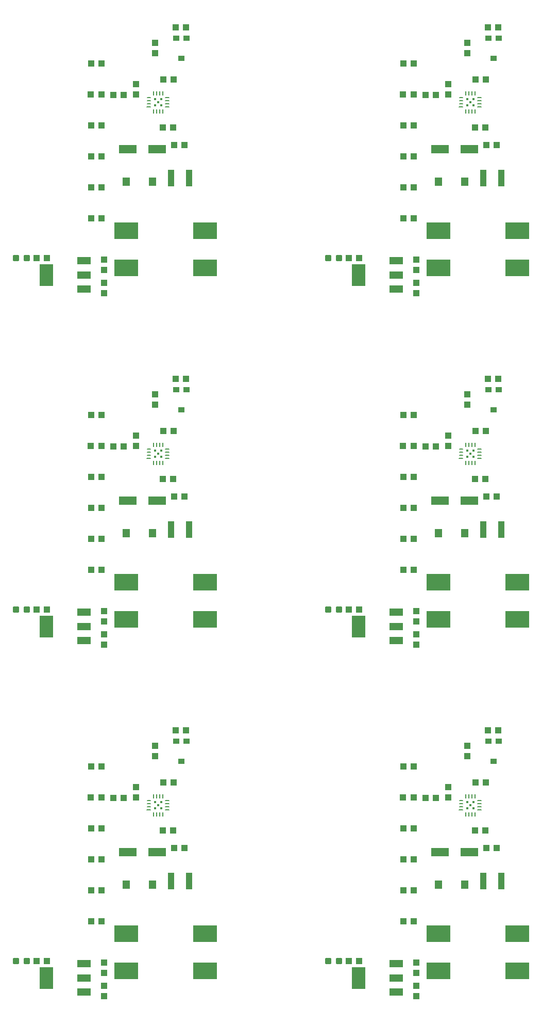
<source format=gtp>
G04 EAGLE Gerber RS-274X export*
G75*
%MOMM*%
%FSLAX34Y34*%
%LPD*%
%INSolderpaste Top*%
%IPPOS*%
%AMOC8*
5,1,8,0,0,1.08239X$1,22.5*%
G01*
%ADD10R,2.400000X2.800000*%
%ADD11R,1.485900X2.799081*%
%ADD12C,0.406400*%
%ADD13C,0.203200*%
%ADD14R,1.100000X1.000000*%
%ADD15R,1.000000X1.100000*%
%ADD16R,3.000000X1.400000*%
%ADD17R,1.270000X1.470000*%
%ADD18R,2.235200X1.219200*%
%ADD19R,2.200000X3.600000*%
%ADD20R,1.000000X0.900000*%
%ADD21R,1.100000X0.900000*%
%ADD22R,1.000000X2.800000*%
%ADD23C,0.300000*%


D10*
X209700Y58420D03*
X323700Y58420D03*
X209700Y119420D03*
X323700Y119420D03*
D11*
X343091Y58420D03*
X343116Y119431D03*
X190310Y119431D03*
X190310Y58420D03*
D12*
X248920Y325120D03*
X254000Y330200D03*
X248920Y335280D03*
X259080Y335280D03*
X259080Y325120D03*
D13*
X246507Y318219D02*
X246507Y312377D01*
X251516Y312341D02*
X251516Y318183D01*
X256522Y318160D02*
X256522Y312318D01*
X261531Y312273D02*
X261531Y318115D01*
X266111Y322682D02*
X271953Y322682D01*
X271988Y327690D02*
X266146Y327690D01*
X266169Y332697D02*
X272011Y332697D01*
X272057Y337706D02*
X266215Y337706D01*
X246515Y342339D02*
X246515Y348181D01*
X251524Y348145D02*
X251524Y342303D01*
X256530Y342280D02*
X256530Y348122D01*
X261539Y348077D02*
X261539Y342235D01*
X241922Y322644D02*
X236080Y322644D01*
X236116Y327652D02*
X241958Y327652D01*
X241981Y332659D02*
X236139Y332659D01*
X236184Y337668D02*
X242026Y337668D01*
D14*
X180476Y342646D03*
X197476Y342646D03*
D15*
X217678Y343290D03*
X217678Y360290D03*
X249123Y427600D03*
X249123Y410600D03*
D16*
X252346Y252933D03*
X204346Y252933D03*
D14*
X261908Y288544D03*
X278908Y288544D03*
X262442Y367208D03*
X279442Y367208D03*
D17*
X201995Y199619D03*
X244995Y199619D03*
D18*
X132334Y23876D03*
X132334Y46990D03*
X132334Y70104D03*
D19*
X70356Y46990D03*
D15*
X165100Y72000D03*
X165100Y55000D03*
X165100Y16900D03*
X165100Y33900D03*
D14*
X300346Y453390D03*
X283346Y453390D03*
D20*
X300600Y435600D03*
D21*
X292100Y402600D03*
D20*
X283600Y435600D03*
D14*
X143900Y139700D03*
X160900Y139700D03*
X143900Y190500D03*
X160900Y190500D03*
X143900Y241300D03*
X160900Y241300D03*
X143900Y292100D03*
X160900Y292100D03*
X160773Y342849D03*
X143773Y342849D03*
X143900Y393700D03*
X160900Y393700D03*
D22*
X275068Y206248D03*
X305068Y206248D03*
D14*
X297298Y259842D03*
X280298Y259842D03*
D23*
X24092Y78430D02*
X24092Y71430D01*
X17092Y71430D01*
X17092Y78430D01*
X24092Y78430D01*
X24092Y74280D02*
X17092Y74280D01*
X17092Y77130D02*
X24092Y77130D01*
X41632Y78430D02*
X41632Y71430D01*
X34632Y71430D01*
X34632Y78430D01*
X41632Y78430D01*
X41632Y74280D02*
X34632Y74280D01*
X34632Y77130D02*
X41632Y77130D01*
D14*
X71670Y74752D03*
X54670Y74752D03*
D10*
X722780Y58420D03*
X836780Y58420D03*
X722780Y119420D03*
X836780Y119420D03*
D11*
X856171Y58420D03*
X856196Y119431D03*
X703390Y119431D03*
X703390Y58420D03*
D12*
X762000Y325120D03*
X767080Y330200D03*
X762000Y335280D03*
X772160Y335280D03*
X772160Y325120D03*
D13*
X759587Y318219D02*
X759587Y312377D01*
X764596Y312341D02*
X764596Y318183D01*
X769602Y318160D02*
X769602Y312318D01*
X774611Y312273D02*
X774611Y318115D01*
X779191Y322682D02*
X785033Y322682D01*
X785068Y327690D02*
X779226Y327690D01*
X779249Y332697D02*
X785091Y332697D01*
X785137Y337706D02*
X779295Y337706D01*
X759595Y342339D02*
X759595Y348181D01*
X764604Y348145D02*
X764604Y342303D01*
X769610Y342280D02*
X769610Y348122D01*
X774619Y348077D02*
X774619Y342235D01*
X755002Y322644D02*
X749160Y322644D01*
X749196Y327652D02*
X755038Y327652D01*
X755061Y332659D02*
X749219Y332659D01*
X749264Y337668D02*
X755106Y337668D01*
D14*
X693556Y342646D03*
X710556Y342646D03*
D15*
X730758Y343290D03*
X730758Y360290D03*
X762203Y427600D03*
X762203Y410600D03*
D16*
X765426Y252933D03*
X717426Y252933D03*
D14*
X774988Y288544D03*
X791988Y288544D03*
X775522Y367208D03*
X792522Y367208D03*
D17*
X715075Y199619D03*
X758075Y199619D03*
D18*
X645414Y23876D03*
X645414Y46990D03*
X645414Y70104D03*
D19*
X583436Y46990D03*
D15*
X678180Y72000D03*
X678180Y55000D03*
X678180Y16900D03*
X678180Y33900D03*
D14*
X813426Y453390D03*
X796426Y453390D03*
D20*
X813680Y435600D03*
D21*
X805180Y402600D03*
D20*
X796680Y435600D03*
D14*
X656980Y139700D03*
X673980Y139700D03*
X656980Y190500D03*
X673980Y190500D03*
X656980Y241300D03*
X673980Y241300D03*
X656980Y292100D03*
X673980Y292100D03*
X673853Y342849D03*
X656853Y342849D03*
X656980Y393700D03*
X673980Y393700D03*
D22*
X788148Y206248D03*
X818148Y206248D03*
D14*
X810378Y259842D03*
X793378Y259842D03*
D23*
X537172Y78430D02*
X537172Y71430D01*
X530172Y71430D01*
X530172Y78430D01*
X537172Y78430D01*
X537172Y74280D02*
X530172Y74280D01*
X530172Y77130D02*
X537172Y77130D01*
X554712Y78430D02*
X554712Y71430D01*
X547712Y71430D01*
X547712Y78430D01*
X554712Y78430D01*
X554712Y74280D02*
X547712Y74280D01*
X547712Y77130D02*
X554712Y77130D01*
D14*
X584750Y74752D03*
X567750Y74752D03*
D10*
X209700Y635000D03*
X323700Y635000D03*
X209700Y696000D03*
X323700Y696000D03*
D11*
X343091Y635000D03*
X343116Y696011D03*
X190310Y696011D03*
X190310Y635000D03*
D12*
X248920Y901700D03*
X254000Y906780D03*
X248920Y911860D03*
X259080Y911860D03*
X259080Y901700D03*
D13*
X246507Y894799D02*
X246507Y888957D01*
X251516Y888921D02*
X251516Y894763D01*
X256522Y894740D02*
X256522Y888898D01*
X261531Y888853D02*
X261531Y894695D01*
X266111Y899262D02*
X271953Y899262D01*
X271988Y904270D02*
X266146Y904270D01*
X266169Y909277D02*
X272011Y909277D01*
X272057Y914286D02*
X266215Y914286D01*
X246515Y918919D02*
X246515Y924761D01*
X251524Y924725D02*
X251524Y918883D01*
X256530Y918860D02*
X256530Y924702D01*
X261539Y924657D02*
X261539Y918815D01*
X241922Y899224D02*
X236080Y899224D01*
X236116Y904232D02*
X241958Y904232D01*
X241981Y909239D02*
X236139Y909239D01*
X236184Y914248D02*
X242026Y914248D01*
D14*
X180476Y919226D03*
X197476Y919226D03*
D15*
X217678Y919870D03*
X217678Y936870D03*
X249123Y1004180D03*
X249123Y987180D03*
D16*
X252346Y829513D03*
X204346Y829513D03*
D14*
X261908Y865124D03*
X278908Y865124D03*
X262442Y943788D03*
X279442Y943788D03*
D17*
X201995Y776199D03*
X244995Y776199D03*
D18*
X132334Y600456D03*
X132334Y623570D03*
X132334Y646684D03*
D19*
X70356Y623570D03*
D15*
X165100Y648580D03*
X165100Y631580D03*
X165100Y593480D03*
X165100Y610480D03*
D14*
X300346Y1029970D03*
X283346Y1029970D03*
D20*
X300600Y1012180D03*
D21*
X292100Y979180D03*
D20*
X283600Y1012180D03*
D14*
X143900Y716280D03*
X160900Y716280D03*
X143900Y767080D03*
X160900Y767080D03*
X143900Y817880D03*
X160900Y817880D03*
X143900Y868680D03*
X160900Y868680D03*
X160773Y919429D03*
X143773Y919429D03*
X143900Y970280D03*
X160900Y970280D03*
D22*
X275068Y782828D03*
X305068Y782828D03*
D14*
X297298Y836422D03*
X280298Y836422D03*
D23*
X24092Y655010D02*
X24092Y648010D01*
X17092Y648010D01*
X17092Y655010D01*
X24092Y655010D01*
X24092Y650860D02*
X17092Y650860D01*
X17092Y653710D02*
X24092Y653710D01*
X41632Y655010D02*
X41632Y648010D01*
X34632Y648010D01*
X34632Y655010D01*
X41632Y655010D01*
X41632Y650860D02*
X34632Y650860D01*
X34632Y653710D02*
X41632Y653710D01*
D14*
X71670Y651332D03*
X54670Y651332D03*
D10*
X722780Y635000D03*
X836780Y635000D03*
X722780Y696000D03*
X836780Y696000D03*
D11*
X856171Y635000D03*
X856196Y696011D03*
X703390Y696011D03*
X703390Y635000D03*
D12*
X762000Y901700D03*
X767080Y906780D03*
X762000Y911860D03*
X772160Y911860D03*
X772160Y901700D03*
D13*
X759587Y894799D02*
X759587Y888957D01*
X764596Y888921D02*
X764596Y894763D01*
X769602Y894740D02*
X769602Y888898D01*
X774611Y888853D02*
X774611Y894695D01*
X779191Y899262D02*
X785033Y899262D01*
X785068Y904270D02*
X779226Y904270D01*
X779249Y909277D02*
X785091Y909277D01*
X785137Y914286D02*
X779295Y914286D01*
X759595Y918919D02*
X759595Y924761D01*
X764604Y924725D02*
X764604Y918883D01*
X769610Y918860D02*
X769610Y924702D01*
X774619Y924657D02*
X774619Y918815D01*
X755002Y899224D02*
X749160Y899224D01*
X749196Y904232D02*
X755038Y904232D01*
X755061Y909239D02*
X749219Y909239D01*
X749264Y914248D02*
X755106Y914248D01*
D14*
X693556Y919226D03*
X710556Y919226D03*
D15*
X730758Y919870D03*
X730758Y936870D03*
X762203Y1004180D03*
X762203Y987180D03*
D16*
X765426Y829513D03*
X717426Y829513D03*
D14*
X774988Y865124D03*
X791988Y865124D03*
X775522Y943788D03*
X792522Y943788D03*
D17*
X715075Y776199D03*
X758075Y776199D03*
D18*
X645414Y600456D03*
X645414Y623570D03*
X645414Y646684D03*
D19*
X583436Y623570D03*
D15*
X678180Y648580D03*
X678180Y631580D03*
X678180Y593480D03*
X678180Y610480D03*
D14*
X813426Y1029970D03*
X796426Y1029970D03*
D20*
X813680Y1012180D03*
D21*
X805180Y979180D03*
D20*
X796680Y1012180D03*
D14*
X656980Y716280D03*
X673980Y716280D03*
X656980Y767080D03*
X673980Y767080D03*
X656980Y817880D03*
X673980Y817880D03*
X656980Y868680D03*
X673980Y868680D03*
X673853Y919429D03*
X656853Y919429D03*
X656980Y970280D03*
X673980Y970280D03*
D22*
X788148Y782828D03*
X818148Y782828D03*
D14*
X810378Y836422D03*
X793378Y836422D03*
D23*
X537172Y655010D02*
X537172Y648010D01*
X530172Y648010D01*
X530172Y655010D01*
X537172Y655010D01*
X537172Y650860D02*
X530172Y650860D01*
X530172Y653710D02*
X537172Y653710D01*
X554712Y655010D02*
X554712Y648010D01*
X547712Y648010D01*
X547712Y655010D01*
X554712Y655010D01*
X554712Y650860D02*
X547712Y650860D01*
X547712Y653710D02*
X554712Y653710D01*
D14*
X584750Y651332D03*
X567750Y651332D03*
D10*
X209700Y1211580D03*
X323700Y1211580D03*
X209700Y1272580D03*
X323700Y1272580D03*
D11*
X343091Y1211580D03*
X343116Y1272591D03*
X190310Y1272591D03*
X190310Y1211580D03*
D12*
X248920Y1478280D03*
X254000Y1483360D03*
X248920Y1488440D03*
X259080Y1488440D03*
X259080Y1478280D03*
D13*
X246507Y1471379D02*
X246507Y1465537D01*
X251516Y1465501D02*
X251516Y1471343D01*
X256522Y1471320D02*
X256522Y1465478D01*
X261531Y1465433D02*
X261531Y1471275D01*
X266111Y1475842D02*
X271953Y1475842D01*
X271988Y1480850D02*
X266146Y1480850D01*
X266169Y1485857D02*
X272011Y1485857D01*
X272057Y1490866D02*
X266215Y1490866D01*
X246515Y1495499D02*
X246515Y1501341D01*
X251524Y1501305D02*
X251524Y1495463D01*
X256530Y1495440D02*
X256530Y1501282D01*
X261539Y1501237D02*
X261539Y1495395D01*
X241922Y1475804D02*
X236080Y1475804D01*
X236116Y1480812D02*
X241958Y1480812D01*
X241981Y1485819D02*
X236139Y1485819D01*
X236184Y1490828D02*
X242026Y1490828D01*
D14*
X180476Y1495806D03*
X197476Y1495806D03*
D15*
X217678Y1496450D03*
X217678Y1513450D03*
X249123Y1580760D03*
X249123Y1563760D03*
D16*
X252346Y1406093D03*
X204346Y1406093D03*
D14*
X261908Y1441704D03*
X278908Y1441704D03*
X262442Y1520368D03*
X279442Y1520368D03*
D17*
X201995Y1352779D03*
X244995Y1352779D03*
D18*
X132334Y1177036D03*
X132334Y1200150D03*
X132334Y1223264D03*
D19*
X70356Y1200150D03*
D15*
X165100Y1225160D03*
X165100Y1208160D03*
X165100Y1170060D03*
X165100Y1187060D03*
D14*
X300346Y1606550D03*
X283346Y1606550D03*
D20*
X300600Y1588760D03*
D21*
X292100Y1555760D03*
D20*
X283600Y1588760D03*
D14*
X143900Y1292860D03*
X160900Y1292860D03*
X143900Y1343660D03*
X160900Y1343660D03*
X143900Y1394460D03*
X160900Y1394460D03*
X143900Y1445260D03*
X160900Y1445260D03*
X160773Y1496009D03*
X143773Y1496009D03*
X143900Y1546860D03*
X160900Y1546860D03*
D22*
X275068Y1359408D03*
X305068Y1359408D03*
D14*
X297298Y1413002D03*
X280298Y1413002D03*
D23*
X24092Y1231590D02*
X24092Y1224590D01*
X17092Y1224590D01*
X17092Y1231590D01*
X24092Y1231590D01*
X24092Y1227440D02*
X17092Y1227440D01*
X17092Y1230290D02*
X24092Y1230290D01*
X41632Y1231590D02*
X41632Y1224590D01*
X34632Y1224590D01*
X34632Y1231590D01*
X41632Y1231590D01*
X41632Y1227440D02*
X34632Y1227440D01*
X34632Y1230290D02*
X41632Y1230290D01*
D14*
X71670Y1227912D03*
X54670Y1227912D03*
D10*
X722780Y1211580D03*
X836780Y1211580D03*
X722780Y1272580D03*
X836780Y1272580D03*
D11*
X856171Y1211580D03*
X856196Y1272591D03*
X703390Y1272591D03*
X703390Y1211580D03*
D12*
X762000Y1478280D03*
X767080Y1483360D03*
X762000Y1488440D03*
X772160Y1488440D03*
X772160Y1478280D03*
D13*
X759587Y1471379D02*
X759587Y1465537D01*
X764596Y1465501D02*
X764596Y1471343D01*
X769602Y1471320D02*
X769602Y1465478D01*
X774611Y1465433D02*
X774611Y1471275D01*
X779191Y1475842D02*
X785033Y1475842D01*
X785068Y1480850D02*
X779226Y1480850D01*
X779249Y1485857D02*
X785091Y1485857D01*
X785137Y1490866D02*
X779295Y1490866D01*
X759595Y1495499D02*
X759595Y1501341D01*
X764604Y1501305D02*
X764604Y1495463D01*
X769610Y1495440D02*
X769610Y1501282D01*
X774619Y1501237D02*
X774619Y1495395D01*
X755002Y1475804D02*
X749160Y1475804D01*
X749196Y1480812D02*
X755038Y1480812D01*
X755061Y1485819D02*
X749219Y1485819D01*
X749264Y1490828D02*
X755106Y1490828D01*
D14*
X693556Y1495806D03*
X710556Y1495806D03*
D15*
X730758Y1496450D03*
X730758Y1513450D03*
X762203Y1580760D03*
X762203Y1563760D03*
D16*
X765426Y1406093D03*
X717426Y1406093D03*
D14*
X774988Y1441704D03*
X791988Y1441704D03*
X775522Y1520368D03*
X792522Y1520368D03*
D17*
X715075Y1352779D03*
X758075Y1352779D03*
D18*
X645414Y1177036D03*
X645414Y1200150D03*
X645414Y1223264D03*
D19*
X583436Y1200150D03*
D15*
X678180Y1225160D03*
X678180Y1208160D03*
X678180Y1170060D03*
X678180Y1187060D03*
D14*
X813426Y1606550D03*
X796426Y1606550D03*
D20*
X813680Y1588760D03*
D21*
X805180Y1555760D03*
D20*
X796680Y1588760D03*
D14*
X656980Y1292860D03*
X673980Y1292860D03*
X656980Y1343660D03*
X673980Y1343660D03*
X656980Y1394460D03*
X673980Y1394460D03*
X656980Y1445260D03*
X673980Y1445260D03*
X673853Y1496009D03*
X656853Y1496009D03*
X656980Y1546860D03*
X673980Y1546860D03*
D22*
X788148Y1359408D03*
X818148Y1359408D03*
D14*
X810378Y1413002D03*
X793378Y1413002D03*
D23*
X537172Y1231590D02*
X537172Y1224590D01*
X530172Y1224590D01*
X530172Y1231590D01*
X537172Y1231590D01*
X537172Y1227440D02*
X530172Y1227440D01*
X530172Y1230290D02*
X537172Y1230290D01*
X554712Y1231590D02*
X554712Y1224590D01*
X547712Y1224590D01*
X547712Y1231590D01*
X554712Y1231590D01*
X554712Y1227440D02*
X547712Y1227440D01*
X547712Y1230290D02*
X554712Y1230290D01*
D14*
X584750Y1227912D03*
X567750Y1227912D03*
M02*

</source>
